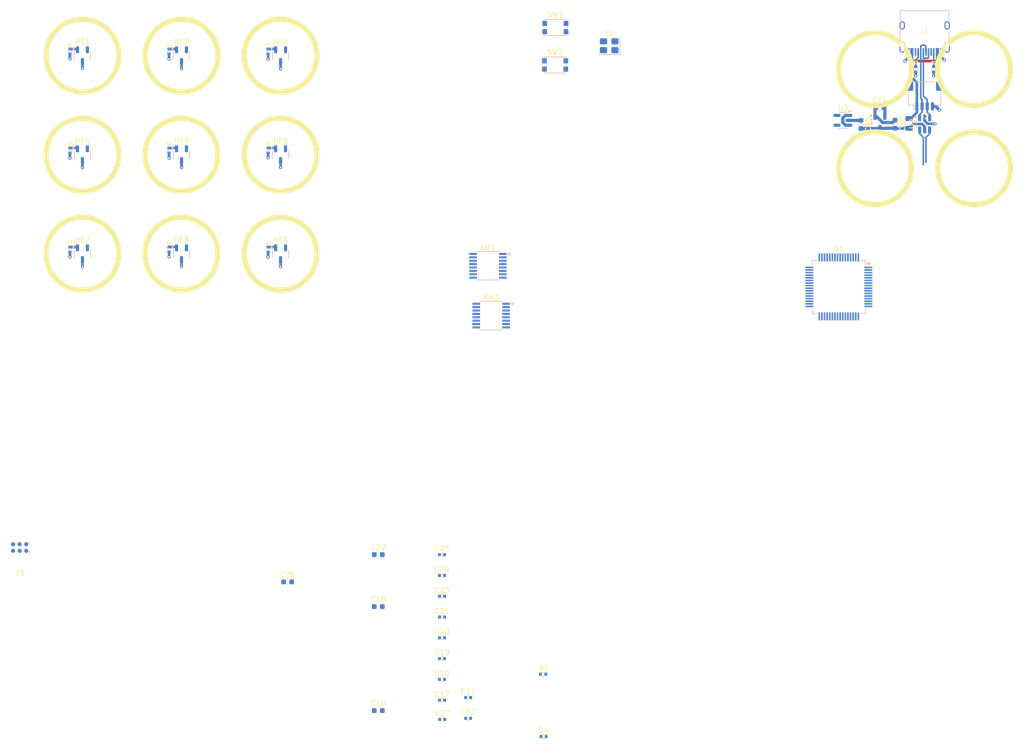
<source format=kicad_pcb>
(kicad_pcb (version 20241229) (generator "pcbnew") (generator_version "9.0")
  (layers (0 "F.Cu" signal) (2 "B.Cu" signal) (13 "F.Paste" user) (15 "B.Paste" user) (5 "F.SilkS" user "F.Silkscreen") (7 "B.SilkS" user "B.Silkscreen") (1 "F.Mask" user) (3 "B.Mask" user) (25 "Edge.Cuts" user))
  (net 0 "")
  (net 1 "HE3")
  (net 2 "HE2")
  (net 3 "MUX_SELECT_0")
  (net 4 "GND")
  (net 5 "HE1")
  (net 6 "HE6")
  (net 7 "HE4")
  (net 8 "HE5")
  (net 9 "HE8")
  (net 10 "HE7")
  (net 11 "+3.3VA")
  (net 12 "MUX_OUT_1")
  (net 13 "MUX_SELECT_2")
  (net 14 "MUX_SELECT_1")
  (net 15 "HE9")
  (net 16 "MUX_OUT_2")
  (net 17 "Net-(U1-VCAP_1)")
  (net 18 "+3.3V")
  (net 19 "NRST")
  (net 20 "/RCC_OSC_OUT")
  (net 21 "/RCC_OSC_IN")
  (net 22 "+5V")
  (net 23 "VBUS")
  (net 24 "USB_PLUG_D-")
  (net 25 "Net-(J1-CC1)")
  (net 27 "Net-(J1-CC2)")
  (net 28 "USB_PLUG_D+")
  (net 32 "SWDIO")
  (net 33 "SWO")
  (net 34 "SWCLK")
  (net 35 "/BOOT1")
  (net 36 "BOOT0")
  (net 49 "USB_D+")
  (net 54 "USB_D-")
  (footprint "HE60:MX-1U" (layer "F.Cu") (at 254.781249 52.606251)
    (property "Reference" "MX2")
    (property "Value" "1U")
  )
  (footprint "HE60:MX-1U" (layer "F.Cu") (at 102.39375 88.10625)
    (property "Reference" "MX8")
    (property "Value" "1U")
  )
  (footprint "HE60:MX-1U" (layer "F.Cu") (at 83.34375 69.05625)
    (property "Reference" "MX4")
    (property "Value" "1U")
  )
  (footprint "HE60:MX-1U" (layer "F.Cu") (at 102.39375 50.00625)
    (property "Reference" "MX2")
    (property "Value" "1U")
  )
  (footprint "HE60:MX-1U" (layer "F.Cu") (at 235.731249 52.606251)
    (property "Reference" "MX1")
    (property "Value" "1U")
  )
  (footprint "HE60:MX-1U" (layer "F.Cu") (at 102.39375 69.05625)
    (property "Reference" "MX5")
    (property "Value" "1U")
  )
  (footprint "HE60:MX-1U" (layer "F.Cu") (at 121.44375 50.00625)
    (property "Reference" "MX3")
    (property "Value" "1U")
  )
  (footprint "HE60:MX-1U" (layer "F.Cu") (at 121.44375 88.10625)
    (property "Reference" "MX9")
    (property "Value" "1U")
  )
  (footprint "HE60:MX-1U" (layer "F.Cu") (at 235.74375 71.656251)
    (property "Reference" "MX1")
    (property "Value" "1U")
  )
  (footprint "HE60:MX-1U" (layer "F.Cu") (at 83.34375 50.00625)
    (property "Reference" "MX1")
    (property "Value" "1U")
  )
  (footprint "HE60:MX-1U" (layer "F.Cu") (at 254.781249 71.656251)
    (property "Reference" "MX2")
    (property "Value" "1U")
  )
  (footprint "HE60:MX-1U" (layer "F.Cu") (at 83.34375 88.10625)
    (property "Reference" "MX7")
    (property "Value" "1U")
  )
  (footprint "HE60:MX-1U" (layer "F.Cu") (at 121.44375 69.05625)
    (property "Reference" "MX6")
    (property "Value" "1U")
  )
  (footprint "Connector:Tag-Connect_TC2030-IDC-FP_2x03_P1.27mm_Vertical" (layer "B.Cu") (at 71.27 144.635 180)
    (property "Reference" "J3")
    (property "Value" "TC2030")
  )
  (footprint "Capacitor_SMD:C_0603_1608Metric" (layer "B.Cu") (at 236.66875 59.99375 180)
    (property "Reference" "C14")
    (property "Value" "1u")
  )
  (footprint "Package_SO:TSSOP-16_4.4x5mm_P0.65mm" (layer "B.Cu") (at 161.30625 90.43125 180)
    (property "Reference" "AM1")
    (property "Value" "SN74LV4051A")
  )
  (footprint "Capacitor_SMD:C_0603_1608Metric" (layer "B.Cu") (at 140.225 146 180)
    (property "Reference" "C22")
    (property "Value" "4.7u")
  )
  (footprint "Capacitor_SMD:C_0603_1608Metric" (layer "B.Cu") (at 140.225 176 180)
    (property "Reference" "C16")
    (property "Value" "2.2u")
  )
  (footprint "Package_TO_SOT_SMD:SOT-23-3" (layer "B.Cu") (at 102.39375 88.10625 -90)
    (property "Reference" "HE8")
    (property "Value" "OH49E-S")
  )
  (footprint "Capacitor_SMD:C_0603_1608Metric" (layer "B.Cu") (at 140.225 156 180)
    (property "Reference" "C18")
    (property "Value" "10u")
  )
  (footprint "Button_Switch_SMD:SW_Push_1P1T_NO_CK_KMR2" (layer "B.Cu") (at 174.21875 51.79375 180)
    (property "Reference" "SW2")
    (property "Value" "BOOT")
  )
  (footprint "Resistor_SMD:R_0402_1005Metric" (layer "B.Cu") (at 243.54375 52.61625 -90)
    (property "Reference" "R3")
    (property "Value" "1.5k")
  )
  (footprint "Connector_USB:USB_C_Receptacle_HRO_TYPE-C-31-M-12" (layer "B.Cu") (at 245.26875 45.24375)
    (property "Reference" "J1")
    (property "Value" "TYPE-C-31-M-12")
  )
  (footprint "Connector_JST:JST_SH_SM04B-SRSS-TB_1x04-1MP_P1.00mm_Horizontal" (layer "B.Cu") (at 245.26875 57.74375)
    (property "Reference" "J2")
    (property "Value" "JST_SH")
  )
  (footprint "Package_TO_SOT_SMD:SOT-23-3" (layer "B.Cu") (at 121.44375 88.10625 -90)
    (property "Reference" "HE9")
    (property "Value" "OH49E-S")
  )
  (footprint "Capacitor_SMD:C_0603_1608Metric" (layer "B.Cu") (at 239.56875 63.19375 90)
    (property "Reference" "C13")
    (property "Value" "1u")
  )
  (footprint "Capacitor_SMD:C_0402_1005Metric" (layer "B.Cu") (at 80.94375 87.31013 -90)
    (property "Reference" "C7")
    (property "Value" "100n")
  )
  (footprint "Capacitor_SMD:C_0402_1005Metric" (layer "B.Cu") (at 99.99375 68.25625 -90)
    (property "Reference" "C5")
    (property "Value" "100n")
  )
  (footprint "Resistor_SMD:R_0402_1005Metric" (layer "B.Cu") (at 172.01 181 180)
    (property "Reference" "R4")
    (property "Value" "10k")
  )
  (footprint "Capacitor_SMD:C_0402_1005Metric" (layer "B.Cu") (at 119.04375 49.20625 -90)
    (property "Reference" "C3")
    (property "Value" "100n")
  )
  (footprint "Package_TO_SOT_SMD:SOT-23-5" (layer "B.Cu") (at 229.55625 62.44375 180)
    (property "Reference" "U3")
    (property "Value" "TLV75733PDBV")
  )
  (footprint "Package_TO_SOT_SMD:SOT-23-3" (layer "B.Cu") (at 83.34375 69.05625 -90)
    (property "Reference" "HE4")
    (property "Value" "OH49E-S")
  )
  (footprint "Capacitor_SMD:C_0402_1005Metric" (layer "B.Cu") (at 80.94375 49.20625 -90)
    (property "Reference" "C1")
    (property "Value" "100n")
  )
  (footprint "Resistor_SMD:R_0402_1005Metric" (layer "B.Cu") (at 171.91625 169 180)
    (property "Reference" "R1")
    (property "Value" "10k")
  )
  (footprint "Package_TO_SOT_SMD:SOT-23-3" (layer "B.Cu") (at 102.39375 69.05625 -90)
    (property "Reference" "HE5")
    (property "Value" "OH49E-S")
  )
  (footprint "Capacitor_SMD:C_0402_1005Metric" (layer "B.Cu") (at 152.48 166 180)
    (property "Reference" "C19")
    (property "Value" "100n")
  )
  (footprint "Package_TO_SOT_SMD:SOT-23-3" (layer "B.Cu") (at 83.34375 50.00625 -90)
    (property "Reference" "HE1")
    (property "Value" "OH49E-S")
  )
  (footprint "Capacitor_SMD:C_0402_1005Metric" (layer "B.Cu") (at 119.04375 87.30625 -90)
    (property "Reference" "C9")
    (property "Value" "100n")
  )
  (footprint "Package_TO_SOT_SMD:SOT-23-3" (layer "B.Cu") (at 236.66875 62.84375 -90)
    (property "Reference" "U4")
    (property "Value" "XC6206P332MR-G")
  )
  (footprint "Resistor_SMD:R_0402_1005Metric" (layer "B.Cu") (at 246.99375 52.60625 -90)
    (property "Reference" "R2")
    (property "Value" "1.5k")
  )
  (footprint "Crystal:Crystal_SMD_3225-4Pin_3.2x2.5mm" (layer "B.Cu") (at 184.61875 48.09375 180)
    (property "Reference" "Y1")
    (property "Value" "X322516MLB4SI")
  )
  (footprint "Capacitor_SMD:C_0402_1005Metric" (layer "B.Cu") (at 152.48 162 180)
    (property "Reference" "C20")
    (property "Value" "100n")
  )
  (footprint "Package_TO_SOT_SMD:SOT-23-3" (layer "B.Cu") (at 102.39375 50.00625 -90)
    (property "Reference" "HE2")
    (property "Value" "OH49E-S")
  )
  (footprint "Capacitor_SMD:C_0402_1005Metric" (layer "B.Cu") (at 152.48 170 180)
    (property "Reference" "C10")
    (property "Value" "100n")
  )
  (footprint "Capacitor_SMD:C_0402_1005Metric" (layer "B.Cu") (at 152.48 154 180)
    (property "Reference" "C23")
    (property "Value" "100n")
  )
  (footprint "Package_QFP:LQFP-64_10x10mm_P0.5mm" (layer "B.Cu") (at 228.76875 94.49375 180)
    (property "Reference" "U1")
    (property "Value" "STM32F446RET6")
  )
  (footprint "Capacitor_SMD:C_0603_1608Metric" (layer "B.Cu") (at 233.01875 63.24375 90)
    (property "Reference" "C15")
    (property "Value" "2.2u")
  )
  (footprint "Capacitor_SMD:C_0402_1005Metric" (layer "B.Cu") (at 152.48 158 180)
    (property "Reference" "C21")
    (property "Value" "100n")
  )
  (footprint "Package_TO_SOT_SMD:SOT-23-3" (layer "B.Cu") (at 121.44375 69.05625 -90)
    (property "Reference" "HE6")
    (property "Value" "OH49E-S")
  )
  (footprint "Package_TO_SOT_SMD:SOT-23-3" (layer "B.Cu") (at 121.44375 50.00625 -90)
    (property "Reference" "HE3")
    (property "Value" "OH49E-S")
  )
  (footprint "Capacitor_SMD:C_0402_1005Metric" (layer "B.Cu") (at 119.04375 68.25625 -90)
    (property "Reference" "C6")
    (property "Value" "100n")
  )
  (footprint "Capacitor_SMD:C_0402_1005Metric" (layer "B.Cu") (at 152.51375 177.70625 180)
    (property "Reference" "C27")
    (property "Value" "100n")
  )
  (footprint "Capacitor_SMD:C_0402_1005Metric" (layer "B.Cu") (at 157.5 173.5 180)
    (property "Reference" "C11")
    (property "Value" "10p")
  )
  (footprint "Button_Switch_SMD:SW_Push_1P1T_NO_CK_KMR2" (layer "B.Cu") (at 174.26875 44.59375 180)
    (property "Reference" "SW1")
    (property "Value" "RESET")
  )
  (footprint "Capacitor_SMD:C_0402_1005Metric" (layer "B.Cu") (at 99.993752 87.286249 -90)
    (property "Reference" "C8")
    (property "Value" "100n")
  )
  (footprint "Capacitor_SMD:C_0402_1005Metric" (layer "B.Cu") (at 152.48 174 180)
    (property "Reference" "C17")
    (property "Value" "100n")
  )
  (footprint "Package_TO_SOT_SMD:SOT-23-3" (layer "B.Cu") (at 83.34375 88.10625 -90)
    (property "Reference" "HE7")
    (property "Value" "OH49E-S")
  )
  (footprint "Package_TO_SOT_SMD:SOT-23-6" (layer "B.Cu") (at 245.26875 63.131251 -90)
    (property "Reference" "U2")
    (property "Value" "USBLC6-2SC6")
  )
  (footprint "Capacitor_SMD:C_0603_1608Metric" (layer "B.Cu") (at 122.79375 151.24375 180)
    (property "Reference" "C26")
    (property "Value" "1u")
  )
  (footprint "Capacitor_SMD:C_0402_1005Metric" (layer "B.Cu") (at 80.94375 68.25625 -90)
    (property "Reference" "C4")
    (property "Value" "100n")
  )
  (footprint "Package_SO:TSSOP-16_4.4x5mm_P0.65mm" (layer "B.Cu") (at 161.925 100.0125 180)
    (property "Reference" "AM2")
    (property "Value" "SN74LV4051A")
  )
  (footprint "Capacitor_SMD:C_0402_1005Metric" (layer "B.Cu") (at 152.48 150 180)
    (property "Reference" "C24")
    (property "Value" "100n")
  )
  (footprint "Capacitor_SMD:C_0402_1005Metric" (layer "B.Cu") (at 152.48 146 180)
    (property "Reference" "C25")
    (property "Value" "100n")
  )
  (footprint "Fuse:Fuse_0805_2012Metric" (layer "B.Cu") (at 242.26875 63.04375 -90)
    (property "Reference" "F1")
    (property "Value" "BSMD0805-050-24V")
  )
  (footprint "Capacitor_SMD:C_0402_1005Metric" (layer "B.Cu") (at 99.99375 49.20625 -90)
    (property "Reference" "C2")
    (property "Value" "100n")
  )
  (footprint "Capacitor_SMD:C_0402_1005Metric" (layer "B.Cu") (at 157.5 177.5 180)
    (property "Reference" "C12")
    (property "Value" "10p")
  )
  (via (at 80.943748 69.706252) (size 0.6) (drill 0.3) (layers "F.Cu" "B.Cu") (net 4))
  (via (at 83.343748 90.606252) (size 0.6) (drill 0.3) (layers "F.Cu" "B.Cu") (net 4))
  (via (at 248.06875 60.44375) (size 0.6) (drill 0.3) (layers "F.Cu" "B.Cu") (net 4))
  (via (at 121.443748 71.506252) (size 0.6) (drill 0.3) (layers "F.Cu" "B.Cu") (net 4))
  (via (at 241.46875 51.04375) (size 0.6) (drill 0.3) (layers "F.Cu" "B.Cu") (net 4))
  (via (at 80.94375 50.60625) (size 0.6) (drill 0.3) (layers "F.Cu" "B.Cu") (net 4))
  (via (at 119.043748 88.756252) (size 0.6) (drill 0.3) (layers "F.Cu" "B.Cu") (net 4))
  (via (at 99.993748 69.706252) (size 0.6) (drill 0.3) (layers "F.Cu" "B.Cu") (net 4))
  (via (at 99.993748 88.706252) (size 0.6) (drill 0.3) (layers "F.Cu" "B.Cu") (net 4))
  (via (at 121.443748 90.606252) (size 0.6) (drill 0.3) (layers "F.Cu" "B.Cu") (net 4))
  (via (at 243.54375 53.89375) (size 0.6) (drill 0.3) (layers "F.Cu" "B.Cu") (net 4))
  (via (at 102.393748 90.556252) (size 0.6) (drill 0.3) (layers "F.Cu" "B.Cu") (net 4))
  (via (at 246.99375 53.90375) (size 0.6) (drill 0.3) (layers "F.Cu" "B.Cu") (net 4))
  (via (at 119.043748 50.656252) (size 0.6) (drill 0.3) (layers "F.Cu" "B.Cu") (net 4))
  (via (at 119.043748 69.656252) (size 0.6) (drill 0.3) (layers "F.Cu" "B.Cu") (net 4))
  (via (at 83.34375 52.45625) (size 0.6) (drill 0.3) (layers "F.Cu" "B.Cu") (net 4))
  (via (at 121.443748 52.506252) (size 0.6) (drill 0.3) (layers "F.Cu" "B.Cu") (net 4))
  (via (at 249.06875 50.84375) (size 0.6) (drill 0.3) (layers "F.Cu" "B.Cu") (net 4))
  (via (at 83.343748 71.556252) (size 0.6) (drill 0.3) (layers "F.Cu" "B.Cu") (net 4))
  (via (at 80.943748 88.756252) (size 0.6) (drill 0.3) (layers "F.Cu" "B.Cu") (net 4))
  (via (at 247.26875 63.107257) (size 0.6) (drill 0.3) (layers "F.Cu" "B.Cu") (net 4))
  (via (at 102.393748 71.556252) (size 0.6) (drill 0.3) (layers "F.Cu" "B.Cu") (net 4))
  (via (at 99.993748 50.656252) (size 0.6) (drill 0.3) (layers "F.Cu" "B.Cu") (net 4))
  (via (at 102.393748 52.506252) (size 0.6) (drill 0.3) (layers "F.Cu" "B.Cu") (net 4))
  (segment (start 246.768752 59.743749) (end 247.368749 59.743749) (width 0.6) (layer "B.Cu") (net 4))
  (segment (start 83.343748 89.293752) (end 83.343748 90.606252) (width 0.5) (layer "B.Cu") (net 4))
  (segment (start 119.04375 49.736251) (end 119.04375 50.65625) (width 0.5) (layer "B.Cu") (net 4))
  (segment (start 235.718759 60.168741) (end 235.89375 59.99375) (width 0.6) (layer "B.Cu") (net 4))
  (segment (start 99.99375 87.786251) (end 99.99375 88.70625) (width 0.5) (layer "B.Cu") (net 4))
  (segment (start 80.943752 50.606248) (end 80.94375 50.60625) (width 0.5) (layer "B.Cu") (net 4))
  (segment (start 121.443748 51.193752) (end 121.443748 52.506252) (width 0.5) (layer "B.Cu") (net 4))
  (segment (start 102.393748 70.243752) (end 102.393748 71.556252) (width 0.5) (layer "B.Cu") (net 4))
  (segment (start 237.194944 62.869756) (end 236.031441 61.706253) (width 0.6) (layer "B.Cu") (net 4))
  (segment (start 247.26875 63.107257) (end 245.815654 63.107257) (width 0.5) (layer "B.Cu") (net 4))
  (segment (start 80.94375 87.836251) (end 80.94375 88.75625) (width 0.5) (layer "B.Cu") (net 4))
  (segment (start 121.443748 89.293752) (end 121.443748 90.606252) (width 0.5) (layer "B.Cu") (net 4))
  (segment (start 230.71875 62.46875) (end 230.69375 62.44375) (width 0.6) (layer "B.Cu") (net 4))
  (segment (start 248.518755 49.28875) (end 248.518755 50.293755) (width 0.5) (layer "B.Cu") (net 4))
  (segment (start 99.99375 49.736251) (end 99.99375 50.65625) (width 0.5) (layer "B.Cu") (net 4))
  (segment (start 83.34375 51.14375) (end 83.34375 52.45625) (width 0.5) (layer "B.Cu") (net 4))
  (segment (start 245.26875 62.560353) (end 245.26875 61.993751) (width 0.5) (layer "B.Cu") (net 4))
  (segment (start 80.94375 68.786251) (end 80.94375 69.70625) (width 0.5) (layer "B.Cu") (net 4))
  (segment (start 235.718759 61.706253) (end 235.718759 60.168741) (width 0.6) (layer "B.Cu") (net 4))
  (segment (start 245.815654 63.107257) (end 245.26875 62.560353) (width 0.5) (layer "B.Cu") (net 4))
  (segment (start 248.518755 50.293755) (end 249.06875 50.84375) (width 0.5) (layer "B.Cu") (net 4))
  (segment (start 119.04375 87.836251) (end 119.04375 88.75625) (width 0.5) (layer "B.Cu") (net 4))
  (segment (start 236.031441 61.706253) (end 235.718759 61.706253) (width 0.6) (layer "B.Cu") (net 4))
  (segment (start 242.018751 49.288752) (end 242.018751 50.493749) (width 0.5) (layer "B.Cu") (net 4))
  (segment (start 233.018752 62.46875) (end 230.71875 62.46875) (width 0.6) (layer "B.Cu") (net 4))
  (segment (start 121.443748 70.193752) (end 121.443748 71.506252) (width 0.5) (layer "B.Cu") (net 4))
  (segment (start 99.99375 68.786251) (end 99.99375 69.70625) (width 0.5) (layer "B.Cu") (net 4))
  (segment (start 119.04375 68.736251) (end 119.04375 69.65625) (width 0.5) (layer "B.Cu") (net 4))
  (segment (start 83.343748 70.243752) (end 83.343748 71.556252) (width 0.5) (layer "B.Cu") (net 4))
  (segment (start 243.54375 53.12625) (end 243.54375 53.89375) (width 0.5) (layer "B.Cu") (net 4))
  (segment (start 247.368749 59.743749) (end 248.06875 60.44375) (width 0.6) (layer "B.Cu") (net 4))
  (segment (start 239.568752 62.41875) (end 239.117746 62.869756) (width 0.6) (layer "B.Cu") (net 4))
  (segment (start 246.99375 53.90375) (end 246.99375 53.11625) (width 0.5) (layer "B.Cu") (net 4))
  (segment (start 242.018751 50.493749) (end 241.46875 51.04375) (width 0.5) (layer "B.Cu") (net 4))
  (segment (start 102.393748 89.243752) (end 102.393748 90.556252) (width 0.5) (layer "B.Cu") (net 4))
  (segment (start 102.393748 51.193752) (end 102.393748 52.506252) (width 0.5) (layer "B.Cu") (net 4))
  (segment (start 80.943752 49.686249) (end 80.943752 50.606248) (width 0.5) (layer "B.Cu") (net 4))
  (segment (start 239.117746 62.869756) (end 237.194944 62.869756) (width 0.6) (layer "B.Cu") (net 4))
  (segment (start 80.943748 67.776251) (end 82.251248 67.776251) (width 0.5) (layer "B.Cu") (net 11))
  (segment (start 101.301248 67.776251) (end 101.443748 67.918751) (width 0.5) (layer "B.Cu") (net 11))
  (segment (start 99.99375 86.80625) (end 101.281247 86.80625) (width 0.5) (layer "B.Cu") (net 11))
  (segment (start 82.386248 67.926251) (end 82.393748 67.918751) (width 0.5) (layer "B.Cu") (net 11))
  (segment (start 80.943748 86.830131) (end 82.255128 86.830131) (width 0.5) (layer "B.Cu") (net 11))
  (segment (start 101.301248 48.726251) (end 101.443748 48.868751) (width 0.5) (layer "B.Cu") (net 11))
  (segment (start 82.255128 86.830131) (end 82.393748 86.968751) (width 0.5) (layer "B.Cu") (net 11))
  (segment (start 82.251248 48.726251) (end 82.393748 48.868751) (width 0.5) (layer "B.Cu") (net 11))
  (segment (start 120.351248 48.726251) (end 120.493748 48.868751) (width 0.5) (layer "B.Cu") (net 11))
  (segment (start 101.281247 86.80625) (end 101.443748 86.968751) (width 0.5) (layer "B.Cu") (net 11))
  (segment (start 119.043748 67.776251) (end 120.351248 67.776251) (width 0.5) (layer "B.Cu") (net 11))
  (segment (start 82.251248 67.776251) (end 82.393748 67.918751) (width 0.5) (layer "B.Cu") (net 11))
  (segment (start 120.486248 48.876251) (end 120.493748 48.868751) (width 0.5) (layer "B.Cu") (net 11))
  (segment (start 120.351248 67.776251) (end 120.493748 67.918751) (width 0.5) (layer "B.Cu") (net 11))
  (segment (start 101.436248 67.926251) (end 101.443748 67.918751) (width 0.5) (layer "B.Cu") (net 11))
  (segment (start 99.993748 48.726251) (end 101.301248 48.726251) (width 0.5) (layer "B.Cu") (net 11))
  (segment (start 80.943748 48.726251) (end 82.251248 48.726251) (width 0.5) (layer "B.Cu") (net 11))
  (segment (start 82.381249 48.88125) (end 82.393748 48.868751) (width 0.5) (layer "B.Cu") (net 11))
  (segment (start 119.043748 86.826251) (end 120.351248 86.826251) (width 0.5) (layer "B.Cu") (net 11))
  (segment (start 120.351248 86.826251) (end 120.493748 86.968751) (width 0.5) (layer "B.Cu") (net 11))
  (segment (start 119.043748 48.726251) (end 120.351248 48.726251) (width 0.5) (layer "B.Cu") (net 11))
  (segment (start 99.993748 67.776251) (end 101.301248 67.776251) (width 0.5) (layer "B.Cu") (net 11))
  (segment (start 237.618754 60.168754) (end 237.44375 59.99375) (width 0.6) (layer "B.Cu") (net 18))
  (segment (start 237.618754 61.706256) (end 237.618754 60.168754) (width 0.6) (layer "B.Cu") (net 18))
  (segment (start 233.018748 64.01875) (end 236.63125 64.01875) (width 0.6) (layer "B.Cu") (net 22))
  (segment (start 243.09475 63.155245) (end 244.780245 63.155245) (width 0.5) (layer "B.Cu") (net 22))
  (segment (start 230.05644 63.39375) (end 230.69375 63.39375) (width 0.6) (layer "B.Cu") (net 22))
  (segment (start 229.53025 62.86756) (end 230.05644 63.39375) (width 0.6) (layer "B.Cu") (net 22))
  (segment (start 242.256247 63.96875) (end 242.268746 63.981249) (width 0.6) (layer "B.Cu") (net 22))
  (segment (start 244.780245 63.155245) (end 245.26875 63.64375) (width 0.5) (layer "B.Cu") (net 22))
  (segment (start 242.268746 63.981249) (end 243.09475 63.155245) (width 0.5) (layer "B.Cu") (net 22))
  (segment (start 236.63125 64.01875) (end 236.66875 63.98125) (width 0.6) (layer "B.Cu") (net 22))
  (segment (start 236.66875 63.98125) (end 239.556248 63.98125) (width 0.6) (layer "B.Cu") (net 22))
  (segment (start 230.031251 61.49375) (end 229.53025 61.994751) (width 0.6) (layer "B.Cu") (net 22))
  (segment (start 230.69375 61.49375) (end 230.031251 61.49375) (width 0.6) (layer "B.Cu") (net 22))
  (segment (start 229.53025 61.994751) (end 229.53025 62.86756) (width 0.6) (layer "B.Cu") (net 22))
  (segment (start 239.556248 63.98125) (end 239.568748 63.96875) (width 0.6) (layer "B.Cu") (net 22))
  (segment (start 245.26875 63.64375) (end 245.26875 64.268751) (width 0.5) (layer "B.Cu") (net 22))
  (segment (start 239.568748 63.96875) (end 242.256247 63.96875) (width 0.6) (layer "B.Cu") (net 22))
  (segment (start 247.718748 51.04375) (end 242.818749 51.04375) (width 0.5) (layer "F.Cu") (net 23))
  (via (at 242.818749 51.04375) (size 0.6) (drill 0.3) (layers "F.Cu" "B.Cu") (net 23))
  (via (at 247.718748 51.04375) (size 0.6) (drill 0.3) (layers "F.Cu" "B.Cu") (net 23))
  (segment (start 242.77275 54.184825) (end 243.105677 54.517752) (width 0.5) (layer "B.Cu") (net 23))
  (segment (start 242.606249 62.106251) (end 243.768749 60.943751) (width 0.5) (layer "B.Cu") (net 23))
  (segment (start 242.77275 51.089749) (end 242.77275 54.184825) (width 0.5) (layer "B.Cu") (net 23))
  (segment (start 243.105677 54.517752) (end 243.116043 54.517752) (width 0.5) (layer "B.Cu") (net 23))
  (segment (start 242.818749 51.04375) (end 242.818749 49.288752) (width 0.5) (layer "B.Cu") (net 23))
  (segment (start 243.768749 55.170458) (end 243.768749 59.743753) (width 0.5) (layer "B.Cu") (net 23))
  (segment (start 243.768749 60.943751) (end 243.768749 59.743753) (width 0.5) (layer "B.Cu") (net 23))
  (segment (start 242.818749 51.04375) (end 242.77275 51.089749) (width 0.5) (layer "B.Cu") (net 23))
  (segment (start 247.718748 51.04375) (end 247.718748 49.288749) (width 0.5) (layer "B.Cu") (net 23))
  (segment (start 243.116043 54.517752) (end 243.768749 55.170458) (width 0.5) (layer "B.Cu") (net 23))
  (segment (start 242.268754 62.106251) (end 242.606249 62.106251) (width 0.5) (layer "B.Cu") (net 23))
  (segment (start 244.768747 60.881267) (end 244.768747 59.743752) (width 0.3) (layer "B.Cu") (net 24))
  (segment (start 244.318759 61.993754) (end 244.318759 61.331255) (width 0.3) (layer "B.Cu") (net 24))
  (segment (start 244.768747 58.493753) (end 244.76875 58.49375) (width 0.3) (layer "B.Cu") (net 24))
  (segment (start 244.318759 61.331255) (end 244.768747 60.881267) (width 0.3) (layer "B.Cu") (net 24))
  (segment (start 245.522749 49.29275) (end 245.518747 49.288748) (width 0.29) (layer "B.Cu") (net 24))
  (segment (start 244.518749 50.743749) (end 244.518749 49.288749) (width 0.3) (layer "B.Cu") (net 24))
  (segment (start 244.51875 50.74375) (end 244.518749 50.743749) (width 0.3) (layer "B.Cu") (net 24))
  (segment (start 244.746749 47.99375) (end 245.290747 47.99375) (width 0.29) (layer "B.Cu") (net 24))
  (segment (start 244.76875 58.49375) (end 244.51875 58.24375) (width 0.3) (layer "B.Cu") (net 24))
  (segment (start 244.518749 48.22175) (end 244.746749 47.99375) (width 0.29) (layer "B.Cu") (net 24))
  (segment (start 244.768747 59.743752) (end 244.768747 58.493753) (width 0.3) (layer "B.Cu") (net 24))
  (segment (start 244.518749 49.288749) (end 244.518749 48.22175) (width 0.3) (layer "B.Cu") (net 24))
  (segment (start 245.290747 47.99375) (end 245.518747 48.22175) (width 0.29) (layer "B.Cu") (net 24))
  (segment (start 244.51875 58.24375) (end 244.51875 50.74375) (width 0.3) (layer "B.Cu") (net 24))
  (segment (start 245.518747 48.22175) (end 245.518747 49.288748) (width 0.3) (layer "B.Cu") (net 24))
  (segment (start 244.014753 49.292747) (end 244.014753 50.385247) (width 0.29) (layer "B.Cu") (net 25))
  (segment (start 244.014753 50.385247) (end 243.54375 50.85625) (width 0.29) (layer "B.Cu") (net 25))
  (segment (start 244.01875 49.28875) (end 244.014753 49.292747) (width 0.29) (layer "B.Cu") (net 25))
  (segment (start 243.54375 50.85625) (end 243.54375 52.10625) (width 0.29) (layer "B.Cu") (net 25))
  (segment (start 247.018752 52.071248) (end 246.99375 52.09625) (width 0.3) (layer "B.Cu") (net 27))
  (segment (start 247.018752 49.288752) (end 247.018752 52.071248) (width 0.3) (layer "B.Cu") (net 27))
  (segment (start 246.218754 61.993757) (end 246.218754 61.331258) (width 0.3) (layer "B.Cu") (net 28))
  (segment (start 245.018748 49.288751) (end 245.018748 50.355749) (width 0.3) (layer "B.Cu") (net 28))
  (segment (start 246.218754 61.331258) (end 245.768747 60.881251) (width 0.3) (layer "B.Cu") (net 28))
  (segment (start 246.014747 50.359748) (end 246.018749 50.355746) (width 0.29) (layer "B.Cu") (net 28))
  (segment (start 245.018748 57.743748) (end 245.768747 58.493747) (width 0.3) (layer "B.Cu") (net 28))
  (segment (start 245.018748 50.355749) (end 245.022747 50.359748) (width 0.29) (layer "B.Cu") (net 28))
  (segment (start 245.018748 50.355749) (end 245.018748 57.743748) (width 0.3) (layer "B.Cu") (net 28))
  (segment (start 245.768747 60.881251) (end 245.768747 59.743747) (width 0.3) (layer "B.Cu") (net 28))
  (segment (start 245.014749 49.29275) (end 245.018748 49.288751) (width 0.29) (layer "B.Cu") (net 28))
  (segment (start 246.018749 50.355746) (end 246.018749 49.288749) (width 0.3) (layer "B.Cu") (net 28))
  (segment (start 245.022747 50.359748) (end 245.156749 50.49375) (width 0.3) (layer "B.Cu") (net 28))
  (segment (start 245.880745 50.49375) (end 246.014747 50.359748) (width 0.3) (layer "B.Cu") (net 28))
  (segment (start 245.768747 58.493747) (end 245.768747 59.743747) (width 0.3) (layer "B.Cu") (net 28))
  (segment (start 245.156749 50.49375) (end 245.880745 50.49375) (width 0.3) (layer "B.Cu") (net 28))
  (segment (start 245.51875 65.74375) (end 245.51875 70.49375) (width 0.3) (layer "B.Cu") (net 49))
  (segment (start 246.218741 64.268748) (end 246.218741 65.043759) (width 0.3) (layer "B.Cu") (net 49))
  (segment (start 246.218741 65.043759) (end 245.51875 65.74375) (width 0.3) (layer "B.Cu") (net 49))
  (segment (start 245.01875 69.24575) (end 245.01875 70.99375) (width 0.3) (layer "B.Cu") (net 54))
  (segment (start 245.01775 69.24475) (end 245.01875 69.24575) (width 0.3) (layer "B.Cu") (net 54))
  (segment (start 245.01775 65.74275) (end 245.01775 69.24475) (width 0.3) (layer "B.Cu") (net 54))
  (segment (start 244.318746 65.043746) (end 245.01775 65.74275) (width 0.3) (layer "B.Cu") (net 54))
  (segment (start 244.318746 64.268745) (end 244.318746 65.043746) (width 0.3) (layer "B.Cu") (net 54))
)
</source>
